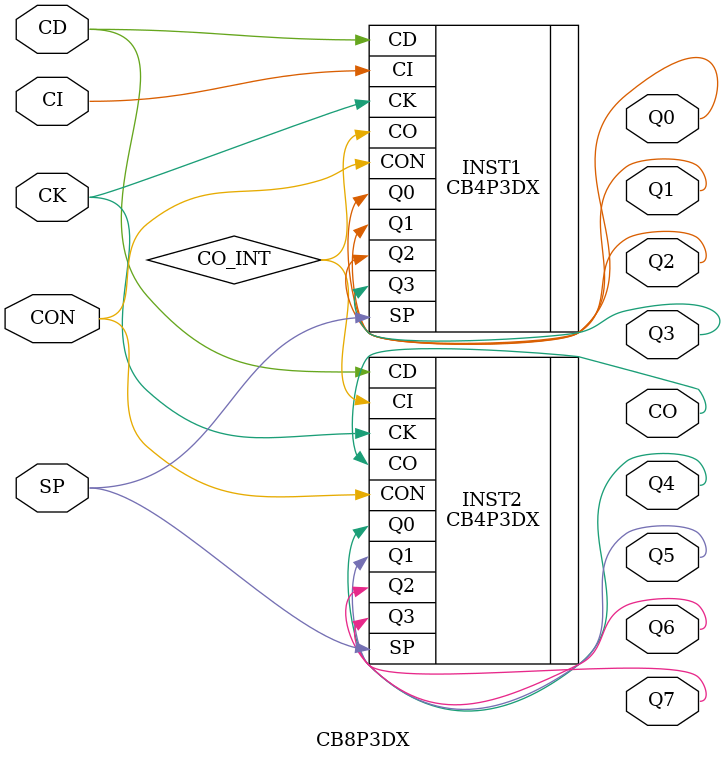
<source format=v>
`resetall
`timescale 1 ns / 100 ps

`celldefine

/* Created by DB2VERILOG Version 1.3.8.0 on Mon Sep 15 13:55:53 1997 */
/* module compiled from "lsl2db 4.4.5 (07/17/96)" run */

module CB8P3DX (CI, SP, CK, CD, CON, CO, Q0, Q1, Q2, 
       Q3, Q4, Q5, Q6, Q7);
parameter DISABLED_GSR = 0;
defparam INST1.DISABLED_GSR = DISABLED_GSR;
defparam INST2.DISABLED_GSR = DISABLED_GSR;
input  CI, SP, CK, CD, CON;
output CO, Q0, Q1, Q2, Q3, Q4, Q5, Q6, Q7;
CB4P3DX INST1 (.CI(CI), .SP(SP), .CK(CK), .CD(CD), .CON(
      CON), .CO(CO_INT), .Q0(Q0), .Q1(Q1), .Q2(Q2),
      .Q3(Q3));
CB4P3DX INST2 (.CI(CO_INT), .SP(SP), .CK(CK), .CD(CD),
      .CON(CON), .CO(CO), .Q0(Q4), .Q1(Q5), .Q2(Q6),
      .Q3(Q7));

endmodule

`endcelldefine

</source>
